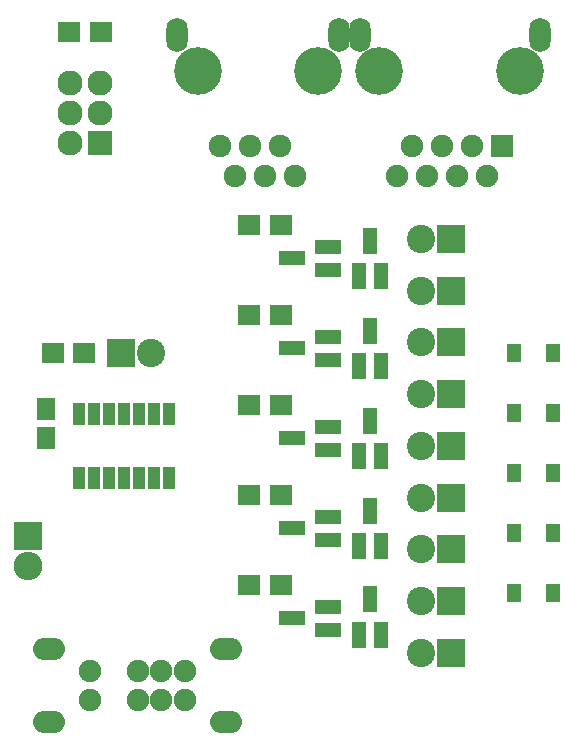
<source format=gts>
G04 #@! TF.FileFunction,Soldermask,Top*
%FSLAX46Y46*%
G04 Gerber Fmt 4.6, Leading zero omitted, Abs format (unit mm)*
G04 Created by KiCad (PCBNEW 4.0.2+dfsg1-stable) date Sun 11 Mar 2018 02:31:52 PM MDT*
%MOMM*%
G01*
G04 APERTURE LIST*
%ADD10C,0.100000*%
%ADD11R,1.200100X2.200860*%
%ADD12R,2.127200X2.127200*%
%ADD13O,2.127200X2.127200*%
%ADD14R,1.650000X1.900000*%
%ADD15R,1.310000X1.620000*%
%ADD16R,2.432000X2.432000*%
%ADD17O,2.432000X2.432000*%
%ADD18R,2.400000X2.400000*%
%ADD19C,2.400000*%
%ADD20R,2.200860X1.200100*%
%ADD21R,1.900000X1.700000*%
%ADD22R,1.000000X1.900000*%
%ADD23O,1.797000X2.940000*%
%ADD24C,4.049980*%
%ADD25R,1.901140X1.901140*%
%ADD26C,1.901140*%
%ADD27C,1.924000*%
%ADD28O,2.700000X1.900000*%
%ADD29C,1.900000*%
G04 APERTURE END LIST*
D10*
D11*
X142052000Y-101145340D03*
X143952000Y-101145340D03*
X143002000Y-98143060D03*
X142052000Y-93525340D03*
X143952000Y-93525340D03*
X143002000Y-90523060D03*
X142052000Y-85905340D03*
X143952000Y-85905340D03*
X143002000Y-82903060D03*
D12*
X120142000Y-74625200D03*
D13*
X117602000Y-74625200D03*
X120142000Y-72085200D03*
X117602000Y-72085200D03*
X120142000Y-69545200D03*
X117602000Y-69545200D03*
D14*
X115570000Y-99624200D03*
X115570000Y-97124200D03*
D15*
X155210000Y-92405200D03*
X158480000Y-92405200D03*
X155210000Y-97485200D03*
X158480000Y-97485200D03*
X155210000Y-102565200D03*
X158480000Y-102565200D03*
X155210000Y-107645200D03*
X158480000Y-107645200D03*
X155210000Y-112725200D03*
X158480000Y-112725200D03*
D16*
X114046000Y-107899200D03*
D17*
X114046000Y-110439200D03*
D18*
X149860000Y-82753200D03*
D19*
X147320000Y-82753200D03*
D18*
X149860000Y-87134700D03*
D19*
X147320000Y-87134700D03*
D18*
X149860000Y-91516200D03*
D19*
X147320000Y-91516200D03*
D18*
X149860000Y-95897700D03*
D19*
X147320000Y-95897700D03*
D18*
X149860000Y-100279200D03*
D19*
X147320000Y-100279200D03*
D18*
X149860000Y-104660700D03*
D19*
X147320000Y-104660700D03*
D18*
X149860000Y-109042200D03*
D19*
X147320000Y-109042200D03*
D18*
X149860000Y-113423700D03*
D19*
X147320000Y-113423700D03*
D18*
X149860000Y-117805200D03*
D19*
X147320000Y-117805200D03*
D18*
X121920000Y-92405200D03*
D19*
X124460000Y-92405200D03*
D20*
X139423140Y-85354200D03*
X139423140Y-83454200D03*
X136420860Y-84404200D03*
X139423140Y-92974200D03*
X139423140Y-91074200D03*
X136420860Y-92024200D03*
X139423140Y-100594200D03*
X139423140Y-98694200D03*
X136420860Y-99644200D03*
X139423140Y-108214200D03*
X139423140Y-106314200D03*
X136420860Y-107264200D03*
X139423140Y-115834200D03*
X139423140Y-113934200D03*
X136420860Y-114884200D03*
D11*
X142052000Y-108765340D03*
X143952000Y-108765340D03*
X143002000Y-105763060D03*
X142052000Y-116258340D03*
X143952000Y-116258340D03*
X143002000Y-113256060D03*
D21*
X132762000Y-81610200D03*
X135462000Y-81610200D03*
X132762000Y-89230200D03*
X135462000Y-89230200D03*
X132762000Y-96850200D03*
X135462000Y-96850200D03*
X132762000Y-104470200D03*
X135462000Y-104470200D03*
X132762000Y-112090200D03*
X135462000Y-112090200D03*
X118825000Y-92405200D03*
X116125000Y-92405200D03*
X117522000Y-65227200D03*
X120222000Y-65227200D03*
D22*
X118364000Y-102979200D03*
X119634000Y-102979200D03*
X120904000Y-102979200D03*
X122174000Y-102979200D03*
X123444000Y-102979200D03*
X124714000Y-102979200D03*
X125984000Y-102979200D03*
X125984000Y-97579200D03*
X124714000Y-97579200D03*
X123444000Y-97579200D03*
X122174000Y-97579200D03*
X120904000Y-97579200D03*
X119634000Y-97579200D03*
X118364000Y-97579200D03*
D23*
X157353000Y-65532000D03*
D24*
X143794480Y-68580000D03*
X155663900Y-68580000D03*
D25*
X154178000Y-74930000D03*
D26*
X152908000Y-77470000D03*
X151638000Y-74930000D03*
X150368000Y-77470000D03*
X149098000Y-74930000D03*
X147828000Y-77470000D03*
X146558000Y-74930000D03*
X145288000Y-77470000D03*
D23*
X142113000Y-65532000D03*
D27*
X132858000Y-74930000D03*
X135398000Y-74930000D03*
X130318000Y-74930000D03*
X136668000Y-77470000D03*
X134128000Y-77470000D03*
X131588000Y-77470000D03*
D23*
X126619000Y-65532000D03*
X140335000Y-65532000D03*
D24*
X128397000Y-68580000D03*
X138557000Y-68580000D03*
D28*
X115817000Y-123648400D03*
X130817000Y-123648400D03*
X130817000Y-117448400D03*
D29*
X123317000Y-119298400D03*
X123317000Y-121798400D03*
X125317000Y-119298400D03*
X125317000Y-121798400D03*
X127317000Y-121798400D03*
X127317000Y-119298400D03*
X119317000Y-119298400D03*
X119317000Y-121798400D03*
D28*
X115817000Y-117448400D03*
M02*

</source>
